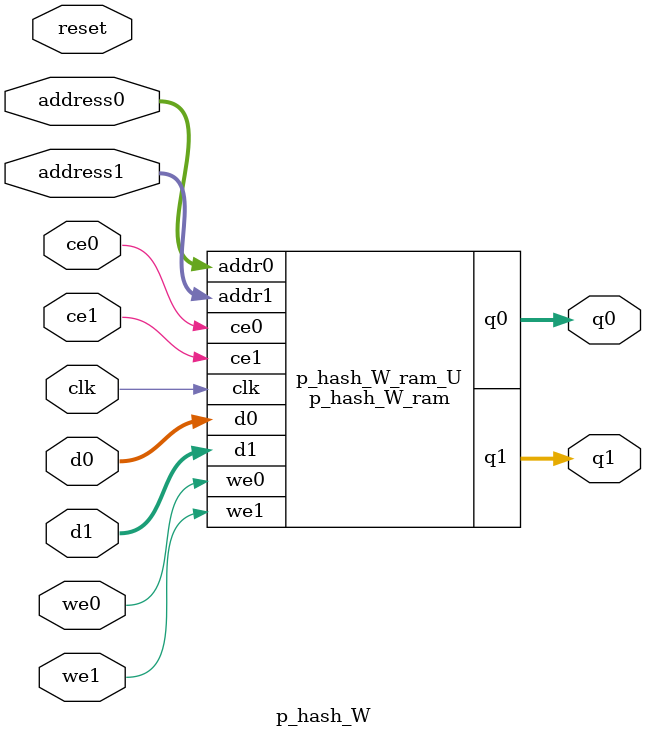
<source format=v>
`timescale 1 ns / 1 ps
module p_hash_W_ram (addr0, ce0, d0, we0, q0, addr1, ce1, d1, we1, q1,  clk);

parameter DWIDTH = 32;
parameter AWIDTH = 6;
parameter MEM_SIZE = 64;

input[AWIDTH-1:0] addr0;
input ce0;
input[DWIDTH-1:0] d0;
input we0;
output reg[DWIDTH-1:0] q0;
input[AWIDTH-1:0] addr1;
input ce1;
input[DWIDTH-1:0] d1;
input we1;
output reg[DWIDTH-1:0] q1;
input clk;

(* ram_style = "block" *)reg [DWIDTH-1:0] ram[0:MEM_SIZE-1];




always @(posedge clk)  
begin 
    if (ce0) 
    begin
        if (we0) 
        begin 
            ram[addr0] <= d0; 
        end 
        q0 <= ram[addr0];
    end
end


always @(posedge clk)  
begin 
    if (ce1) 
    begin
        if (we1) 
        begin 
            ram[addr1] <= d1; 
        end 
        q1 <= ram[addr1];
    end
end


endmodule

`timescale 1 ns / 1 ps
module p_hash_W(
    reset,
    clk,
    address0,
    ce0,
    we0,
    d0,
    q0,
    address1,
    ce1,
    we1,
    d1,
    q1);

parameter DataWidth = 32'd32;
parameter AddressRange = 32'd64;
parameter AddressWidth = 32'd6;
input reset;
input clk;
input[AddressWidth - 1:0] address0;
input ce0;
input we0;
input[DataWidth - 1:0] d0;
output[DataWidth - 1:0] q0;
input[AddressWidth - 1:0] address1;
input ce1;
input we1;
input[DataWidth - 1:0] d1;
output[DataWidth - 1:0] q1;



p_hash_W_ram p_hash_W_ram_U(
    .clk( clk ),
    .addr0( address0 ),
    .ce0( ce0 ),
    .we0( we0 ),
    .d0( d0 ),
    .q0( q0 ),
    .addr1( address1 ),
    .ce1( ce1 ),
    .we1( we1 ),
    .d1( d1 ),
    .q1( q1 ));

endmodule


</source>
